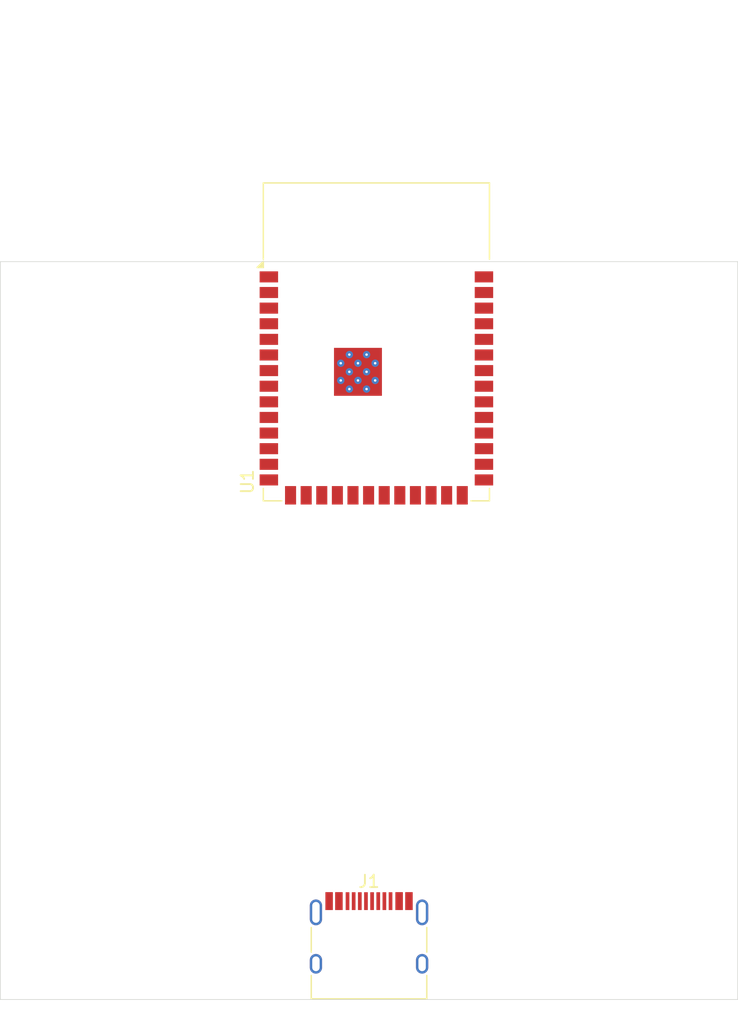
<source format=kicad_pcb>
(kicad_pcb (version 20240108) (generator "pcbnew") (generator_version "8.0")
  (layers (0 "F.Cu" signal) (31 "B.Cu" signal) (34 "B.Paste" user) (35 "F.Paste" user) (36 "B.SilkS" user "B.Silkscreen") (37 "F.SilkS" user "F.Silkscreen") (38 "B.Mask" user) (39 "F.Mask" user) (44 "Edge.Cuts" user))
  (net 0 "")
  (net 3 "/VCC_5V")
  (net 4 "GND")
  (net 6 "/D_P")
  (net 7 "Net-(J1-CC1)")
  (net 11 "/D_N")
  (net 15 "Net-(U1-GND-Pad1)")
  (net 51 "Net-(J1-CC2)")
  (footprint "Connector_USB:USB_C_Receptacle_HRO_TYPE-C-31-M-12" (layer "F.Cu") (at 129.5 106.545)
    (property "Reference" "J1" (at 0 -5.645 0) (layer "F.SilkS"))
    (property "Value" "USB_C_Receptacle_USB2.0_16P")
    (fp_line (start -4.7 -1.9) (end -4.7 0.1) (stroke (width 0.12)) (layer "F.SilkS"))
    (fp_line (start -4.7 2) (end -4.7 3.9) (stroke (width 0.12)) (layer "F.SilkS"))
    (fp_line (start -4.7 3.9) (end 4.7 3.9) (stroke (width 0.12)) (layer "F.SilkS"))
    (fp_line (start 4.7 -1.9) (end 4.7 0.1) (stroke (width 0.12)) (layer "F.SilkS"))
    (fp_line (start 4.7 2) (end 4.7 3.9) (stroke (width 0.12)) (layer "F.SilkS"))
    (pad "" np_thru_hole circle (at -2.89 -2.6) (size 0.65 0.65) (drill 0.65) (layers "*.Cu" "*.Mask"))
    (pad "" np_thru_hole circle (at 2.89 -2.6) (size 0.65 0.65) (drill 0.65) (layers "*.Cu" "*.Mask"))
    (pad "A1" smd rect (at -3.25 -4.045) (size 0.6 1.45) (layers "F.Cu" "F.Paste" "F.Mask") (net 4 "GND"))
    (pad "A4" smd rect (at -2.45 -4.045) (size 0.6 1.45) (layers "F.Cu" "F.Paste" "F.Mask") (net 3 "/VCC_5V"))
    (pad "A5" smd rect (at -1.25 -4.045) (size 0.3 1.45) (layers "F.Cu" "F.Paste" "F.Mask") (net 7 "Net-(J1-CC1)"))
    (pad "A6" smd rect (at -0.25 -4.045) (size 0.3 1.45) (layers "F.Cu" "F.Paste" "F.Mask") (net 6 "/D_P"))
    (pad "A7" smd rect (at 0.25 -4.045) (size 0.3 1.45) (layers "F.Cu" "F.Paste" "F.Mask") (net 11 "/D_N"))
    (pad "A8" smd rect (at 1.25 -4.045) (size 0.3 1.45) (layers "F.Cu" "F.Paste" "F.Mask"))
    (pad "A9" smd rect (at 2.45 -4.045) (size 0.6 1.45) (layers "F.Cu" "F.Paste" "F.Mask") (net 3 "/VCC_5V"))
    (pad "A12" smd rect (at 3.25 -4.045) (size 0.6 1.45) (layers "F.Cu" "F.Paste" "F.Mask") (net 4 "GND"))
    (pad "B1" smd rect (at 3.25 -4.045) (size 0.6 1.45) (layers "F.Cu" "F.Paste" "F.Mask") (net 4 "GND"))
    (pad "B4" smd rect (at 2.45 -4.045) (size 0.6 1.45) (layers "F.Cu" "F.Paste" "F.Mask") (net 3 "/VCC_5V"))
    (pad "B5" smd rect (at 1.75 -4.045) (size 0.3 1.45) (layers "F.Cu" "F.Paste" "F.Mask") (net 51 "Net-(J1-CC2)"))
    (pad "B6" smd rect (at 0.75 -4.045) (size 0.3 1.45) (layers "F.Cu" "F.Paste" "F.Mask") (net 6 "/D_P"))
    (pad "B7" smd rect (at -0.75 -4.045) (size 0.3 1.45) (layers "F.Cu" "F.Paste" "F.Mask") (net 11 "/D_N"))
    (pad "B8" smd rect (at -1.75 -4.045) (size 0.3 1.45) (layers "F.Cu" "F.Paste" "F.Mask"))
    (pad "B9" smd rect (at -2.45 -4.045) (size 0.6 1.45) (layers "F.Cu" "F.Paste" "F.Mask") (net 3 "/VCC_5V"))
    (pad "B12" smd rect (at -3.25 -4.045) (size 0.6 1.45) (layers "F.Cu" "F.Paste" "F.Mask") (net 4 "GND"))
    (pad "S1" thru_hole oval (at -4.32 -3.13) (size 1 2.1) (drill oval 0.6 1.7) (layers "*.Cu" "*.Mask"))
    (pad "S1" thru_hole oval (at -4.32 1.05) (size 1 1.6) (drill oval 0.6 1.2) (layers "*.Cu" "*.Mask"))
    (pad "S1" thru_hole oval (at 4.32 -3.13) (size 1 2.1) (drill oval 0.6 1.7) (layers "*.Cu" "*.Mask"))
    (pad "S1" thru_hole oval (at 4.32 1.05) (size 1 1.6) (drill oval 0.6 1.2) (layers "*.Cu" "*.Mask"))
  )
  (footprint "RF_Module:ESP32-S3-WROOM-1" (layer "F.Cu") (at 130.1 57)
    (property "Reference" "U1" (at -10.5 11.4 90) (layer "F.SilkS"))
    (property "Value" "ESP32-S3-WROOM-1")
    (fp_line (start -9.2 -12.9) (end -9.2 -6.7) (stroke (width 0.12)) (layer "F.SilkS"))
    (fp_line (start -9.2 -12.9) (end 9.2 -12.9) (stroke (width 0.12)) (layer "F.SilkS"))
    (fp_line (start -9.2 11.95) (end -9.2 12.95) (stroke (width 0.12)) (layer "F.SilkS"))
    (fp_line (start -9.2 12.95) (end -7.7 12.95) (stroke (width 0.12)) (layer "F.SilkS"))
    (fp_line (start 9.2 -12.9) (end 9.2 -6.7) (stroke (width 0.12)) (layer "F.SilkS"))
    (fp_line (start 9.2 12.95) (end 7.7 12.95) (stroke (width 0.12)) (layer "F.SilkS"))
    (fp_line (start 9.2 12.95) (end 9.2 11.95) (stroke (width 0.12)) (layer "F.SilkS"))
    (fp_poly (pts (xy -9.2 -6.025) (xy -9.7 -6.025) (xy -9.2 -6.525) (xy -9.2 -6.025)) (stroke (width 0.12)) (fill solid) (layer "F.SilkS"))
    (pad "1" smd rect (at -8.75 -5.26) (size 1.5 0.9) (layers "F.Cu" "F.Paste" "F.Mask") (net 15 "Net-(U1-GND-Pad1)"))
    (pad "2" smd rect (at -8.75 -3.99) (size 1.5 0.9) (layers "F.Cu" "F.Paste" "F.Mask"))
    (pad "3" smd rect (at -8.75 -2.72) (size 1.5 0.9) (layers "F.Cu" "F.Paste" "F.Mask"))
    (pad "4" smd rect (at -8.75 -1.45) (size 1.5 0.9) (layers "F.Cu" "F.Paste" "F.Mask"))
    (pad "5" smd rect (at -8.75 -0.18) (size 1.5 0.9) (layers "F.Cu" "F.Paste" "F.Mask"))
    (pad "6" smd rect (at -8.75 1.09) (size 1.5 0.9) (layers "F.Cu" "F.Paste" "F.Mask"))
    (pad "7" smd rect (at -8.75 2.36) (size 1.5 0.9) (layers "F.Cu" "F.Paste" "F.Mask"))
    (pad "8" smd rect (at -8.75 3.63) (size 1.5 0.9) (layers "F.Cu" "F.Paste" "F.Mask"))
    (pad "9" smd rect (at -8.75 4.9) (size 1.5 0.9) (layers "F.Cu" "F.Paste" "F.Mask"))
    (pad "10" smd rect (at -8.75 6.17) (size 1.5 0.9) (layers "F.Cu" "F.Paste" "F.Mask"))
    (pad "11" smd rect (at -8.75 7.44) (size 1.5 0.9) (layers "F.Cu" "F.Paste" "F.Mask"))
    (pad "12" smd rect (at -8.75 8.71) (size 1.5 0.9) (layers "F.Cu" "F.Paste" "F.Mask"))
    (pad "13" smd rect (at -8.75 9.98) (size 1.5 0.9) (layers "F.Cu" "F.Paste" "F.Mask"))
    (pad "14" smd rect (at -8.75 11.25 180) (size 1.5 0.9) (layers "F.Cu" "F.Paste" "F.Mask"))
    (pad "15" smd rect (at -6.985 12.5 270) (size 1.5 0.9) (layers "F.Cu" "F.Paste" "F.Mask"))
    (pad "16" smd rect (at -5.715 12.5 270) (size 1.5 0.9) (layers "F.Cu" "F.Paste" "F.Mask"))
    (pad "17" smd rect (at -4.445 12.5 270) (size 1.5 0.9) (layers "F.Cu" "F.Paste" "F.Mask"))
    (pad "18" smd rect (at -3.175 12.5 270) (size 1.5 0.9) (layers "F.Cu" "F.Paste" "F.Mask"))
    (pad "19" smd rect (at -1.905 12.5 270) (size 1.5 0.9) (layers "F.Cu" "F.Paste" "F.Mask"))
    (pad "20" smd rect (at -0.635 12.5 270) (size 1.5 0.9) (layers "F.Cu" "F.Paste" "F.Mask"))
    (pad "21" smd rect (at 0.635 12.5 270) (size 1.5 0.9) (layers "F.Cu" "F.Paste" "F.Mask"))
    (pad "22" smd rect (at 1.905 12.5 270) (size 1.5 0.9) (layers "F.Cu" "F.Paste" "F.Mask"))
    (pad "23" smd rect (at 3.175 12.5 270) (size 1.5 0.9) (layers "F.Cu" "F.Paste" "F.Mask"))
    (pad "24" smd rect (at 4.445 12.5 270) (size 1.5 0.9) (layers "F.Cu" "F.Paste" "F.Mask"))
    (pad "25" smd rect (at 5.715 12.5 270) (size 1.5 0.9) (layers "F.Cu" "F.Paste" "F.Mask"))
    (pad "26" smd rect (at 6.985 12.5 270) (size 1.5 0.9) (layers "F.Cu" "F.Paste" "F.Mask"))
    (pad "27" smd rect (at 8.75 11.25) (size 1.5 0.9) (layers "F.Cu" "F.Paste" "F.Mask"))
    (pad "28" smd rect (at 8.75 9.98) (size 1.5 0.9) (layers "F.Cu" "F.Paste" "F.Mask"))
    (pad "29" smd rect (at 8.75 8.71) (size 1.5 0.9) (layers "F.Cu" "F.Paste" "F.Mask"))
    (pad "30" smd rect (at 8.75 7.44) (size 1.5 0.9) (layers "F.Cu" "F.Paste" "F.Mask"))
    (pad "31" smd rect (at 8.75 6.17) (size 1.5 0.9) (layers "F.Cu" "F.Paste" "F.Mask"))
    (pad "32" smd rect (at 8.75 4.9) (size 1.5 0.9) (layers "F.Cu" "F.Paste" "F.Mask"))
    (pad "33" smd rect (at 8.75 3.63) (size 1.5 0.9) (layers "F.Cu" "F.Paste" "F.Mask"))
    (pad "34" smd rect (at 8.75 2.36) (size 1.5 0.9) (layers "F.Cu" "F.Paste" "F.Mask"))
    (pad "35" smd rect (at 8.75 1.09) (size 1.5 0.9) (layers "F.Cu" "F.Paste" "F.Mask"))
    (pad "36" smd rect (at 8.75 -0.18) (size 1.5 0.9) (layers "F.Cu" "F.Paste" "F.Mask"))
    (pad "37" smd rect (at 8.75 -1.45) (size 1.5 0.9) (layers "F.Cu" "F.Paste" "F.Mask"))
    (pad "38" smd rect (at 8.75 -2.72) (size 1.5 0.9) (layers "F.Cu" "F.Paste" "F.Mask"))
    (pad "39" smd rect (at 8.75 -3.99) (size 1.5 0.9) (layers "F.Cu" "F.Paste" "F.Mask"))
    (pad "40" smd rect (at 8.75 -5.26) (size 1.5 0.9) (layers "F.Cu" "F.Paste" "F.Mask") (net 15 "Net-(U1-GND-Pad1)"))
    (pad "41" thru_hole circle (at -2.9 1.76 90) (size 0.6 0.6) (drill 0.2) (property pad_prop_heatsink) (layers "*.Cu" "F.Mask") (net 15 "Net-(U1-GND-Pad1)"))
    (pad "41" thru_hole circle (at -2.9 3.16) (size 0.6 0.6) (drill 0.2) (property pad_prop_heatsink) (layers "*.Cu" "F.Mask") (net 15 "Net-(U1-GND-Pad1)"))
    (pad "41" thru_hole circle (at -2.2 1.06) (size 0.6 0.6) (drill 0.2) (property pad_prop_heatsink) (layers "*.Cu" "F.Mask") (net 15 "Net-(U1-GND-Pad1)"))
    (pad "41" thru_hole circle (at -2.2 2.46) (size 0.6 0.6) (drill 0.2) (property pad_prop_heatsink) (layers "*.Cu" "F.Mask") (net 15 "Net-(U1-GND-Pad1)"))
    (pad "41" thru_hole circle (at -2.2 3.86) (size 0.6 0.6) (drill 0.2) (property pad_prop_heatsink) (layers "*.Cu" "F.Mask") (net 15 "Net-(U1-GND-Pad1)"))
    (pad "41" thru_hole circle (at -1.5 1.76) (size 0.6 0.6) (drill 0.2) (property pad_prop_heatsink) (layers "*.Cu" "F.Mask") (net 15 "Net-(U1-GND-Pad1)"))
    (pad "41" smd rect (at -1.5 2.46 270) (size 3.9 3.9) (layers "F.Cu" "F.Mask") (net 15 "Net-(U1-GND-Pad1)"))
    (pad "41" thru_hole circle (at -1.5 3.16) (size 0.6 0.6) (drill 0.2) (property pad_prop_heatsink) (layers "*.Cu" "F.Mask") (net 15 "Net-(U1-GND-Pad1)"))
    (pad "41" thru_hole circle (at -0.8 1.06) (size 0.6 0.6) (drill 0.2) (property pad_prop_heatsink) (layers "*.Cu" "F.Mask") (net 15 "Net-(U1-GND-Pad1)"))
    (pad "41" thru_hole circle (at -0.8 2.46) (size 0.6 0.6) (drill 0.2) (property pad_prop_heatsink) (layers "*.Cu" "F.Mask") (net 15 "Net-(U1-GND-Pad1)"))
    (pad "41" thru_hole circle (at -0.8 3.86) (size 0.6 0.6) (drill 0.2) (property pad_prop_heatsink) (layers "*.Cu" "F.Mask") (net 15 "Net-(U1-GND-Pad1)"))
    (pad "41" thru_hole circle (at -0.1 1.76) (size 0.6 0.6) (drill 0.2) (property pad_prop_heatsink) (layers "*.Cu" "F.Mask") (net 15 "Net-(U1-GND-Pad1)"))
    (pad "41" thru_hole circle (at -0.1 3.16) (size 0.6 0.6) (drill 0.2) (property pad_prop_heatsink) (layers "*.Cu" "F.Mask") (net 15 "Net-(U1-GND-Pad1)"))
  )
  (gr_rect (start 99.5 50.5) (end 159.5 110.5) (stroke (width 0.05)) (fill none) (layer "Edge.Cuts"))
)
</source>
